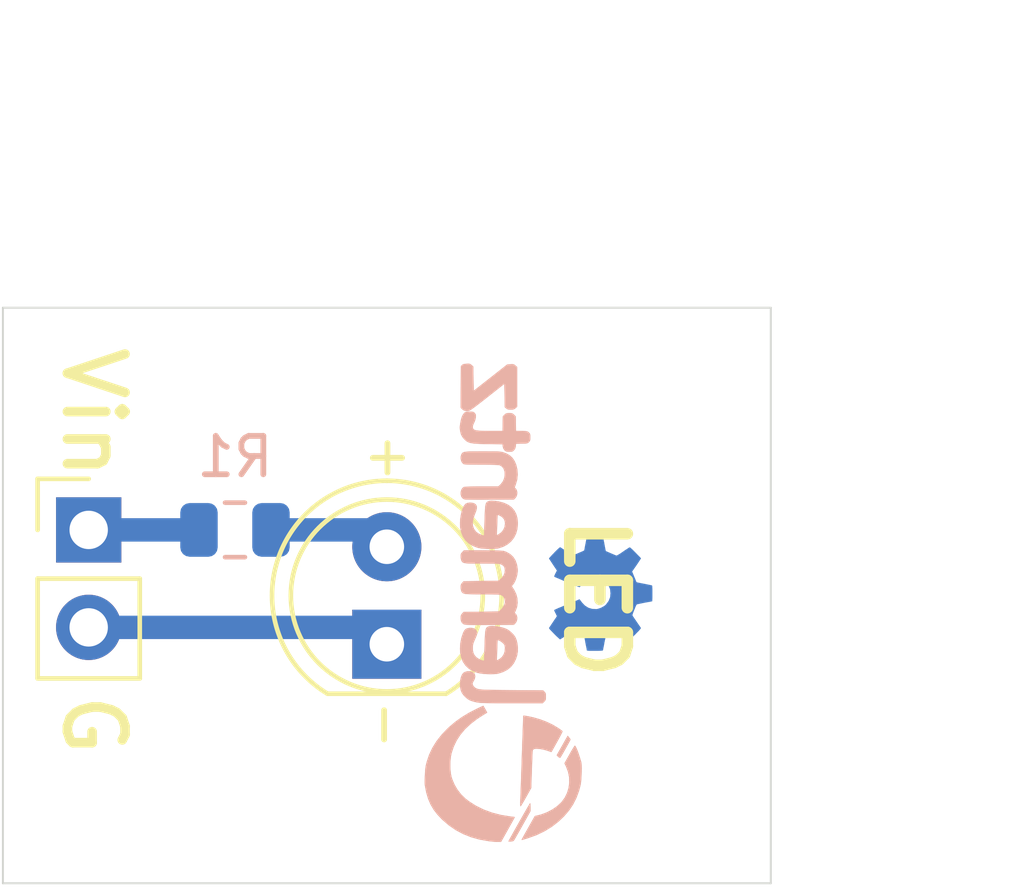
<source format=kicad_pcb>
(kicad_pcb (version 20171130) (host pcbnew 5.1.5-52549c5~86~ubuntu16.04.1)

  (general
    (thickness 1.6)
    (drawings 11)
    (tracks 5)
    (zones 0)
    (modules 7)
    (nets 4)
  )

  (page A4)
  (title_block
    (title "DIP LED Module ")
    (date 2020-11-09)
    (rev V1.0)
    (company "Elementz Engineers Guild Pvt Ltd")
    (comment 1 "Verified by : Jerryl")
    (comment 2 "Drawn by : Anandu")
  )

  (layers
    (0 F.Cu signal)
    (31 B.Cu signal)
    (32 B.Adhes user hide)
    (33 F.Adhes user hide)
    (34 B.Paste user)
    (35 F.Paste user)
    (36 B.SilkS user)
    (37 F.SilkS user)
    (38 B.Mask user)
    (39 F.Mask user)
    (40 Dwgs.User user)
    (41 Cmts.User user)
    (42 Eco1.User user hide)
    (43 Eco2.User user hide)
    (44 Edge.Cuts user)
    (45 Margin user hide)
    (46 B.CrtYd user hide)
    (47 F.CrtYd user hide)
    (48 B.Fab user hide)
    (49 F.Fab user hide)
  )

  (setup
    (last_trace_width 0.6096)
    (trace_clearance 0.2)
    (zone_clearance 0.508)
    (zone_45_only no)
    (trace_min 0.2)
    (via_size 0.8)
    (via_drill 0.4)
    (via_min_size 0.4)
    (via_min_drill 0.3)
    (uvia_size 0.3)
    (uvia_drill 0.1)
    (uvias_allowed no)
    (uvia_min_size 0.2)
    (uvia_min_drill 0.1)
    (edge_width 0.05)
    (segment_width 0.2)
    (pcb_text_width 0.3)
    (pcb_text_size 1.5 1.5)
    (mod_edge_width 0.12)
    (mod_text_size 1 1)
    (mod_text_width 0.15)
    (pad_size 1.524 1.524)
    (pad_drill 0.762)
    (pad_to_mask_clearance 0)
    (aux_axis_origin 0 0)
    (visible_elements FFFFFF7F)
    (pcbplotparams
      (layerselection 0x010f4_fffffffe)
      (usegerberextensions false)
      (usegerberattributes true)
      (usegerberadvancedattributes true)
      (creategerberjobfile true)
      (excludeedgelayer true)
      (linewidth 0.100000)
      (plotframeref false)
      (viasonmask false)
      (mode 1)
      (useauxorigin false)
      (hpglpennumber 1)
      (hpglpenspeed 20)
      (hpglpendiameter 15.000000)
      (psnegative false)
      (psa4output false)
      (plotreference true)
      (plotvalue false)
      (plotinvisibletext false)
      (padsonsilk false)
      (subtractmaskfromsilk false)
      (outputformat 1)
      (mirror false)
      (drillshape 0)
      (scaleselection 1)
      (outputdirectory "Gerber"))
  )

  (net 0 "")
  (net 1 GND)
  (net 2 "Net-(D1-Pad2)")
  (net 3 "Net-(J1-Pad1)")

  (net_class Default "This is the default net class."
    (clearance 0.2)
    (trace_width 0.6096)
    (via_dia 0.8)
    (via_drill 0.4)
    (uvia_dia 0.3)
    (uvia_drill 0.1)
  )

  (net_class GND ""
    (clearance 0.2)
    (trace_width 0.6096)
    (via_dia 0.8)
    (via_drill 0.4)
    (uvia_dia 0.3)
    (uvia_drill 0.1)
    (add_net GND)
  )

  (net_class VCC ""
    (clearance 0.2)
    (trace_width 0.6096)
    (via_dia 0.8)
    (via_drill 0.4)
    (uvia_dia 0.3)
    (uvia_drill 0.1)
    (add_net "Net-(D1-Pad2)")
    (add_net "Net-(J1-Pad1)")
  )

  (module OSHW-logo:OSHW-logo_copper-back_3mm (layer B.Cu) (tedit 0) (tstamp 5FA8EFE4)
    (at 144.78 98.171 90)
    (fp_text reference G*** (at 0 -1.59004 -90) (layer F.SilkS) hide
      (effects (font (size 0.13462 0.13462) (thickness 0.0254)))
    )
    (fp_text value OSHW-logo_copper-back_3mm (at 0 1.59004 -90) (layer F.SilkS) hide
      (effects (font (size 0.13462 0.13462) (thickness 0.0254)))
    )
    (fp_poly (pts (xy 0.90932 -1.3462) (xy 0.89154 -1.33858) (xy 0.85852 -1.31572) (xy 0.80772 -1.2827)
      (xy 0.7493 -1.2446) (xy 0.68834 -1.20396) (xy 0.64008 -1.17094) (xy 0.60452 -1.14808)
      (xy 0.59182 -1.14046) (xy 0.5842 -1.143) (xy 0.55626 -1.15824) (xy 0.51562 -1.17856)
      (xy 0.49022 -1.19126) (xy 0.45212 -1.2065) (xy 0.43434 -1.21158) (xy 0.4318 -1.2065)
      (xy 0.41656 -1.17602) (xy 0.39624 -1.12776) (xy 0.3683 -1.06172) (xy 0.33528 -0.98552)
      (xy 0.29972 -0.90424) (xy 0.2667 -0.82042) (xy 0.23368 -0.74168) (xy 0.2032 -0.66802)
      (xy 0.18034 -0.6096) (xy 0.1651 -0.56896) (xy 0.15748 -0.55118) (xy 0.16002 -0.54864)
      (xy 0.1778 -0.53086) (xy 0.21082 -0.50546) (xy 0.28194 -0.44704) (xy 0.35306 -0.36068)
      (xy 0.39624 -0.26162) (xy 0.40894 -0.14986) (xy 0.39878 -0.04826) (xy 0.35814 0.04826)
      (xy 0.28956 0.13716) (xy 0.20574 0.2032) (xy 0.10922 0.24384) (xy 0 0.25654)
      (xy -0.10414 0.24638) (xy -0.2032 0.20574) (xy -0.2921 0.1397) (xy -0.3302 0.09652)
      (xy -0.381 0.00508) (xy -0.41148 -0.0889) (xy -0.41402 -0.11176) (xy -0.40894 -0.21844)
      (xy -0.37846 -0.32004) (xy -0.32258 -0.40894) (xy -0.24638 -0.4826) (xy -0.23622 -0.49022)
      (xy -0.20066 -0.51816) (xy -0.17526 -0.53594) (xy -0.15748 -0.55118) (xy -0.2921 -0.87376)
      (xy -0.31242 -0.92456) (xy -0.35052 -1.01346) (xy -0.381 -1.08966) (xy -0.40894 -1.15062)
      (xy -0.42672 -1.19126) (xy -0.43434 -1.2065) (xy -0.44704 -1.20904) (xy -0.4699 -1.20142)
      (xy -0.51562 -1.17856) (xy -0.5461 -1.16332) (xy -0.57912 -1.14808) (xy -0.59436 -1.14046)
      (xy -0.6096 -1.14808) (xy -0.64262 -1.1684) (xy -0.68834 -1.20142) (xy -0.74676 -1.23952)
      (xy -0.80264 -1.27762) (xy -0.85344 -1.31064) (xy -0.889 -1.33604) (xy -0.90678 -1.34366)
      (xy -0.90932 -1.34366) (xy -0.9271 -1.33604) (xy -0.95504 -1.31064) (xy -0.99822 -1.27)
      (xy -1.06172 -1.20904) (xy -1.07188 -1.19888) (xy -1.12268 -1.14808) (xy -1.16332 -1.10236)
      (xy -1.19126 -1.07188) (xy -1.20142 -1.05918) (xy -1.19126 -1.0414) (xy -1.1684 -1.0033)
      (xy -1.13538 -0.9525) (xy -1.09474 -0.89154) (xy -0.98806 -0.7366) (xy -1.04648 -0.59182)
      (xy -1.06426 -0.5461) (xy -1.08712 -0.49022) (xy -1.1049 -0.45212) (xy -1.11252 -0.43434)
      (xy -1.1303 -0.42926) (xy -1.1684 -0.4191) (xy -1.22682 -0.40894) (xy -1.29794 -0.39624)
      (xy -1.36398 -0.38354) (xy -1.4224 -0.37084) (xy -1.46558 -0.36322) (xy -1.4859 -0.36068)
      (xy -1.49098 -0.3556) (xy -1.49352 -0.34798) (xy -1.49606 -0.32766) (xy -1.4986 -0.28956)
      (xy -1.4986 -0.23368) (xy -1.4986 -0.14986) (xy -1.4986 -0.14224) (xy -1.4986 -0.0635)
      (xy -1.49606 0) (xy -1.49352 0.0381) (xy -1.49098 0.05588) (xy -1.4732 0.06096)
      (xy -1.43002 0.06858) (xy -1.3716 0.08128) (xy -1.30048 0.09398) (xy -1.2954 0.09398)
      (xy -1.22428 0.10922) (xy -1.16586 0.12192) (xy -1.12268 0.12954) (xy -1.1049 0.13716)
      (xy -1.10236 0.14224) (xy -1.08712 0.17018) (xy -1.0668 0.21336) (xy -1.04394 0.2667)
      (xy -1.02108 0.32258) (xy -1.00076 0.37338) (xy -0.98806 0.40894) (xy -0.98298 0.42672)
      (xy -0.99314 0.4445) (xy -1.01854 0.48006) (xy -1.0541 0.53086) (xy -1.09474 0.59182)
      (xy -1.09728 0.5969) (xy -1.13792 0.65786) (xy -1.17094 0.70866) (xy -1.1938 0.74422)
      (xy -1.20142 0.75946) (xy -1.20142 0.762) (xy -1.18872 0.77978) (xy -1.15824 0.8128)
      (xy -1.11252 0.85852) (xy -1.06172 0.91186) (xy -1.04394 0.9271) (xy -0.98552 0.98552)
      (xy -0.94488 1.02108) (xy -0.91948 1.0414) (xy -0.90932 1.04648) (xy -0.90678 1.04648)
      (xy -0.889 1.03632) (xy -0.8509 1.01092) (xy -0.8001 0.97536) (xy -0.73914 0.93472)
      (xy -0.7366 0.93218) (xy -0.67564 0.89154) (xy -0.62484 0.85598) (xy -0.58928 0.83312)
      (xy -0.57404 0.8255) (xy -0.5715 0.8255) (xy -0.54864 0.83058) (xy -0.50546 0.84582)
      (xy -0.45212 0.86614) (xy -0.39624 0.889) (xy -0.34544 0.90932) (xy -0.30988 0.9271)
      (xy -0.2921 0.93726) (xy -0.28956 0.93726) (xy -0.28448 0.96012) (xy -0.27432 1.00584)
      (xy -0.26162 1.0668) (xy -0.24638 1.14046) (xy -0.24384 1.15062) (xy -0.23114 1.22428)
      (xy -0.22098 1.2827) (xy -0.21082 1.32334) (xy -0.20828 1.34112) (xy -0.19812 1.34112)
      (xy -0.16256 1.34366) (xy -0.10922 1.3462) (xy -0.04318 1.3462) (xy 0.02286 1.3462)
      (xy 0.0889 1.3462) (xy 0.14478 1.34366) (xy 0.18542 1.34112) (xy 0.2032 1.33604)
      (xy 0.20828 1.31318) (xy 0.21844 1.27) (xy 0.23114 1.2065) (xy 0.24638 1.13284)
      (xy 0.24892 1.12014) (xy 0.26162 1.04902) (xy 0.27432 0.9906) (xy 0.28194 0.94996)
      (xy 0.28702 0.93472) (xy 0.2921 0.93218) (xy 0.32258 0.91694) (xy 0.37084 0.89916)
      (xy 0.42926 0.87376) (xy 0.56642 0.81788) (xy 0.73406 0.93472) (xy 0.7493 0.94488)
      (xy 0.81026 0.98552) (xy 0.86106 1.01854) (xy 0.89662 1.0414) (xy 0.90932 1.04902)
      (xy 0.91186 1.04902) (xy 0.9271 1.03378) (xy 0.96012 1.0033) (xy 1.00584 0.95758)
      (xy 1.05918 0.90678) (xy 1.09982 0.86614) (xy 1.14554 0.82042) (xy 1.17348 0.7874)
      (xy 1.19126 0.76708) (xy 1.19634 0.75438) (xy 1.1938 0.74676) (xy 1.18364 0.72898)
      (xy 1.15824 0.69342) (xy 1.12522 0.64008) (xy 1.08458 0.58166) (xy 1.04902 0.53086)
      (xy 1.01346 0.47498) (xy 0.9906 0.43434) (xy 0.98044 0.41656) (xy 0.98298 0.4064)
      (xy 0.99568 0.37338) (xy 1.016 0.32512) (xy 1.0414 0.26416) (xy 1.09982 0.13208)
      (xy 1.18618 0.1143) (xy 1.23952 0.10414) (xy 1.31318 0.09144) (xy 1.3843 0.0762)
      (xy 1.49606 0.05588) (xy 1.4986 -0.34798) (xy 1.48082 -0.3556) (xy 1.46558 -0.36068)
      (xy 1.42494 -0.37084) (xy 1.36652 -0.381) (xy 1.29794 -0.3937) (xy 1.23698 -0.4064)
      (xy 1.17856 -0.41656) (xy 1.13538 -0.42418) (xy 1.1176 -0.42926) (xy 1.11252 -0.43434)
      (xy 1.09728 -0.46482) (xy 1.07696 -0.51054) (xy 1.0541 -0.56388) (xy 1.0287 -0.6223)
      (xy 1.00838 -0.6731) (xy 0.99314 -0.71374) (xy 0.98806 -0.73406) (xy 0.99568 -0.7493)
      (xy 1.01854 -0.78486) (xy 1.05156 -0.83566) (xy 1.0922 -0.89408) (xy 1.13284 -0.9525)
      (xy 1.16586 -1.0033) (xy 1.19126 -1.03886) (xy 1.19888 -1.05664) (xy 1.1938 -1.0668)
      (xy 1.17094 -1.09474) (xy 1.12776 -1.14046) (xy 1.06172 -1.2065) (xy 1.04902 -1.21666)
      (xy 0.99822 -1.26746) (xy 0.9525 -1.3081) (xy 0.92202 -1.33604) (xy 0.90932 -1.3462)) (layer B.Cu) (width 0.00254))
  )

  (module Logo:logo1 (layer B.Cu) (tedit 0) (tstamp 5FA949FD)
    (at 142.24 98.425 90)
    (fp_text reference G*** (at 0 0 90) (layer B.SilkS) hide
      (effects (font (size 1.524 1.524) (thickness 0.3)) (justify mirror))
    )
    (fp_text value LOGO (at 0.75 0 90) (layer B.SilkS) hide
      (effects (font (size 1.524 1.524) (thickness 0.3)) (justify mirror))
    )
    (fp_poly (pts (xy -5.577609 0.288045) (xy -5.573084 0.255652) (xy -5.567141 0.209238) (xy -5.563307 0.1778)
      (xy -5.523404 -0.065291) (xy -5.463799 -0.294458) (xy -5.38483 -0.508863) (xy -5.286833 -0.707668)
      (xy -5.170148 -0.890035) (xy -5.093944 -0.98806) (xy -4.989551 -1.095173) (xy -4.866913 -1.190178)
      (xy -4.731724 -1.269451) (xy -4.58968 -1.329371) (xy -4.52755 -1.348381) (xy -4.440989 -1.365376)
      (xy -4.337916 -1.375513) (xy -4.226276 -1.378802) (xy -4.11401 -1.375253) (xy -4.009061 -1.36488)
      (xy -3.919372 -1.347691) (xy -3.918802 -1.347542) (xy -3.745271 -1.290696) (xy -3.582443 -1.213037)
      (xy -3.429461 -1.113872) (xy -3.285468 -0.992513) (xy -3.149607 -0.848268) (xy -3.021024 -0.680445)
      (xy -2.941568 -0.559403) (xy -2.854337 -0.418682) (xy -2.770194 -0.465208) (xy -2.729353 -0.487935)
      (xy -2.698133 -0.505582) (xy -2.682341 -0.514861) (xy -2.681594 -0.515381) (xy -2.685309 -0.527428)
      (xy -2.698449 -0.558359) (xy -2.719253 -0.604257) (xy -2.74596 -0.661202) (xy -2.765247 -0.701452)
      (xy -2.869663 -0.902353) (xy -2.979661 -1.082913) (xy -3.098606 -1.24809) (xy -3.229862 -1.402848)
      (xy -3.27025 -1.446006) (xy -3.432617 -1.601618) (xy -3.599558 -1.732909) (xy -3.772609 -1.840774)
      (xy -3.9533 -1.926109) (xy -4.143165 -1.989809) (xy -4.2418 -2.013779) (xy -4.287953 -2.021052)
      (xy -4.351878 -2.027611) (xy -4.427335 -2.033177) (xy -4.508084 -2.03747) (xy -4.587883 -2.04021)
      (xy -4.660491 -2.041118) (xy -4.719668 -2.039915) (xy -4.75615 -2.036816) (xy -4.93853 -2.001392)
      (xy -5.102125 -1.952567) (xy -5.250844 -1.888351) (xy -5.388595 -1.806755) (xy -5.519287 -1.705787)
      (xy -5.646828 -1.583459) (xy -5.647116 -1.583157) (xy -5.79331 -1.412708) (xy -5.917499 -1.231337)
      (xy -6.02017 -1.037989) (xy -6.101809 -0.831612) (xy -6.162903 -0.61115) (xy -6.203729 -0.377174)
      (xy -6.211671 -0.307751) (xy -6.218022 -0.237654) (xy -6.222015 -0.176267) (xy -6.223 -0.141613)
      (xy -6.223 -0.055927) (xy -5.902572 0.123625) (xy -5.820791 0.169332) (xy -5.746563 0.210589)
      (xy -5.682668 0.24587) (xy -5.631885 0.273648) (xy -5.596992 0.292397) (xy -5.580768 0.300591)
      (xy -5.579957 0.300814) (xy -5.577609 0.288045)) (layer B.SilkS) (width 0.01))
    (fp_poly (pts (xy -2.389938 1.110207) (xy -2.358606 1.105521) (xy -2.336258 1.094859) (xy -2.314864 1.076051)
      (xy -2.27965 1.040851) (xy -2.27247 0.225151) (xy -2.270946 0.055821) (xy -2.269485 -0.090079)
      (xy -2.267957 -0.214522) (xy -2.26623 -0.319476) (xy -2.264174 -0.406913) (xy -2.261657 -0.478803)
      (xy -2.258548 -0.537117) (xy -2.254717 -0.583824) (xy -2.250033 -0.620896) (xy -2.244363 -0.650302)
      (xy -2.237578 -0.674014) (xy -2.229547 -0.694001) (xy -2.220137 -0.712235) (xy -2.209219 -0.730685)
      (xy -2.208878 -0.731244) (xy -2.173598 -0.770455) (xy -2.128571 -0.794915) (xy -2.097851 -0.8001)
      (xy -2.074736 -0.793271) (xy -2.041514 -0.776003) (xy -2.025678 -0.765907) (xy -1.970738 -0.739125)
      (xy -1.914521 -0.72967) (xy -1.863476 -0.737565) (xy -1.82405 -0.762833) (xy -1.821961 -0.765174)
      (xy -1.794181 -0.814591) (xy -1.781245 -0.875385) (xy -1.782962 -0.939365) (xy -1.79914 -0.998342)
      (xy -1.828465 -1.043018) (xy -1.873112 -1.0736) (xy -1.936237 -1.097948) (xy -2.011397 -1.114754)
      (xy -2.092152 -1.122706) (xy -2.172061 -1.120495) (xy -2.195226 -1.117606) (xy -2.274871 -1.101026)
      (xy -2.33866 -1.07541) (xy -2.395708 -1.03596) (xy -2.449816 -0.983601) (xy -2.493641 -0.933369)
      (xy -2.523 -0.88987) (xy -2.543455 -0.844219) (xy -2.550674 -0.822445) (xy -2.562208 -0.784641)
      (xy -2.572118 -0.750255) (xy -2.580529 -0.717093) (xy -2.587564 -0.682961) (xy -2.593347 -0.645667)
      (xy -2.598002 -0.603017) (xy -2.601654 -0.552816) (xy -2.604425 -0.492873) (xy -2.606442 -0.420992)
      (xy -2.607826 -0.334982) (xy -2.608702 -0.232647) (xy -2.609195 -0.111795) (xy -2.609428 0.029767)
      (xy -2.609525 0.194234) (xy -2.609535 0.218808) (xy -2.60985 1.028165) (xy -2.568331 1.069708)
      (xy -2.544368 1.091786) (xy -2.522356 1.104247) (xy -2.493765 1.109819) (xy -2.45007 1.111228)
      (xy -2.438445 1.11125) (xy -2.389938 1.110207)) (layer B.SilkS) (width 0.01))
    (fp_poly (pts (xy -1.064438 0.37023) (xy -0.969219 0.348238) (xy -0.888984 0.315094) (xy -0.882214 0.311278)
      (xy -0.830247 0.273437) (xy -0.775349 0.221106) (xy -0.725463 0.162751) (xy -0.68853 0.106836)
      (xy -0.686196 0.102377) (xy -0.658624 0.036889) (xy -0.635422 -0.040096) (xy -0.617475 -0.122621)
      (xy -0.605666 -0.204725) (xy -0.60088 -0.280452) (xy -0.603999 -0.343842) (xy -0.613962 -0.384632)
      (xy -0.624249 -0.406509) (xy -0.636706 -0.424303) (xy -0.65398 -0.438546) (xy -0.67872 -0.449769)
      (xy -0.713574 -0.458503) (xy -0.761189 -0.46528) (xy -0.824214 -0.470632) (xy -0.905296 -0.475089)
      (xy -1.007085 -0.479183) (xy -1.101271 -0.482423) (xy -1.197216 -0.485598) (xy -1.285198 -0.488489)
      (xy -1.361938 -0.49099) (xy -1.42416 -0.492994) (xy -1.468584 -0.494395) (xy -1.491934 -0.495088)
      (xy -1.494402 -0.495142) (xy -1.503647 -0.505095) (xy -1.501335 -0.531118) (xy -1.48971 -0.567958)
      (xy -1.471018 -0.610363) (xy -1.447501 -0.653079) (xy -1.421406 -0.690853) (xy -1.401339 -0.712925)
      (xy -1.351115 -0.752961) (xy -1.299942 -0.777619) (xy -1.23961 -0.789782) (xy -1.17475 -0.792447)
      (xy -1.121292 -0.790985) (xy -1.078556 -0.785468) (xy -1.036518 -0.773594) (xy -0.985151 -0.753059)
      (xy -0.9652 -0.744324) (xy -0.896125 -0.714323) (xy -0.845256 -0.694221) (xy -0.807886 -0.682958)
      (xy -0.77931 -0.679468) (xy -0.754822 -0.682688) (xy -0.730408 -0.691265) (xy -0.686041 -0.72267)
      (xy -0.659147 -0.772503) (xy -0.649732 -0.84075) (xy -0.651474 -0.880622) (xy -0.661627 -0.937747)
      (xy -0.68311 -0.979679) (xy -0.72061 -1.012416) (xy -0.776905 -1.041137) (xy -0.905304 -1.084918)
      (xy -1.044883 -1.112358) (xy -1.186298 -1.122078) (xy -1.28905 -1.116786) (xy -1.417439 -1.091704)
      (xy -1.530007 -1.046768) (xy -1.626485 -0.982205) (xy -1.706607 -0.89824) (xy -1.770102 -0.795099)
      (xy -1.816678 -0.6731) (xy -1.832284 -0.602307) (xy -1.843776 -0.5161) (xy -1.850893 -0.421691)
      (xy -1.853372 -0.326291) (xy -1.85095 -0.237111) (xy -1.84395 -0.167209) (xy -1.500193 -0.167209)
      (xy -1.235872 -0.158183) (xy -1.156762 -0.15534) (xy -1.086743 -0.152552) (xy -1.029609 -0.149993)
      (xy -0.989157 -0.147837) (xy -0.969182 -0.146256) (xy -0.967757 -0.145927) (xy -0.965789 -0.129025)
      (xy -0.977257 -0.098932) (xy -0.999042 -0.061725) (xy -1.028027 -0.023476) (xy -1.034222 -0.016448)
      (xy -1.065542 0.016332) (xy -1.09089 0.034656) (xy -1.120579 0.043562) (xy -1.16492 0.048089)
      (xy -1.166532 0.048206) (xy -1.256178 0.043285) (xy -1.337779 0.016473) (xy -1.407638 -0.030241)
      (xy -1.462052 -0.094871) (xy -1.474745 -0.117327) (xy -1.500193 -0.167209) (xy -1.84395 -0.167209)
      (xy -1.843364 -0.161363) (xy -1.83658 -0.126767) (xy -1.79434 0.002536) (xy -1.736859 0.111828)
      (xy -1.663179 0.202099) (xy -1.572341 0.274343) (xy -1.463387 0.329552) (xy -1.364962 0.361492)
      (xy -1.269812 0.377638) (xy -1.167136 0.38029) (xy -1.064438 0.37023)) (layer B.SilkS) (width 0.01))
    (fp_poly (pts (xy 2.201658 0.370843) (xy 2.31393 0.340411) (xy 2.410865 0.289768) (xy 2.492406 0.218975)
      (xy 2.558492 0.128097) (xy 2.609065 0.017195) (xy 2.644066 -0.113668) (xy 2.661601 -0.241364)
      (xy 2.664812 -0.301273) (xy 2.66158 -0.34509) (xy 2.651196 -0.381467) (xy 2.649876 -0.384696)
      (xy 2.63961 -0.406556) (xy 2.627164 -0.424337) (xy 2.609891 -0.438569) (xy 2.585145 -0.449784)
      (xy 2.550277 -0.458513) (xy 2.502641 -0.465288) (xy 2.439588 -0.470637) (xy 2.358472 -0.475094)
      (xy 2.256645 -0.479189) (xy 2.162629 -0.482423) (xy 2.066684 -0.485598) (xy 1.978702 -0.488489)
      (xy 1.901962 -0.49099) (xy 1.83974 -0.492994) (xy 1.795316 -0.494395) (xy 1.771966 -0.495088)
      (xy 1.769498 -0.495142) (xy 1.760253 -0.505095) (xy 1.762565 -0.531118) (xy 1.77419 -0.567958)
      (xy 1.792882 -0.610363) (xy 1.816399 -0.653079) (xy 1.842494 -0.690853) (xy 1.862561 -0.712925)
      (xy 1.930298 -0.761665) (xy 2.006457 -0.789224) (xy 2.092398 -0.795648) (xy 2.18948 -0.78098)
      (xy 2.299063 -0.745268) (xy 2.338396 -0.728786) (xy 2.415678 -0.699399) (xy 2.477123 -0.686922)
      (xy 2.525702 -0.691192) (xy 2.564385 -0.712047) (xy 2.569061 -0.71617) (xy 2.596211 -0.756633)
      (xy 2.61156 -0.811299) (xy 2.614867 -0.871756) (xy 2.605892 -0.929591) (xy 2.584394 -0.976391)
      (xy 2.576756 -0.985679) (xy 2.531183 -1.020292) (xy 2.465247 -1.051567) (xy 2.383885 -1.078423)
      (xy 2.292034 -1.099778) (xy 2.194632 -1.114552) (xy 2.096614 -1.121663) (xy 2.002917 -1.120029)
      (xy 1.97485 -1.117505) (xy 1.846539 -1.092571) (xy 1.734102 -1.047815) (xy 1.63765 -0.983336)
      (xy 1.557297 -0.89923) (xy 1.493152 -0.795593) (xy 1.44533 -0.672524) (xy 1.440026 -0.65405)
      (xy 1.42773 -0.592383) (xy 1.4188 -0.51321) (xy 1.413401 -0.423872) (xy 1.411699 -0.331711)
      (xy 1.413863 -0.24407) (xy 1.420057 -0.168289) (xy 1.420239 -0.167209) (xy 1.763707 -0.167209)
      (xy 2.028028 -0.158183) (xy 2.107224 -0.155288) (xy 2.177408 -0.152359) (xy 2.234765 -0.149585)
      (xy 2.275479 -0.147156) (xy 2.295731 -0.14526) (xy 2.297234 -0.144836) (xy 2.296892 -0.130107)
      (xy 2.285932 -0.101863) (xy 2.268018 -0.067596) (xy 2.24681 -0.034798) (xy 2.237797 -0.023256)
      (xy 2.188993 0.02073) (xy 2.13118 0.044426) (xy 2.067555 0.050522) (xy 1.981885 0.038189)
      (xy 1.903623 0.003832) (xy 1.837502 -0.049682) (xy 1.78874 -0.118529) (xy 1.763707 -0.167209)
      (xy 1.420239 -0.167209) (xy 1.427949 -0.12147) (xy 1.469124 0.004408) (xy 1.529287 0.114034)
      (xy 1.607063 0.206338) (xy 1.701078 0.280252) (xy 1.809958 0.334708) (xy 1.93233 0.368637)
      (xy 2.066817 0.38097) (xy 2.07411 0.381) (xy 2.201658 0.370843)) (layer B.SilkS) (width 0.01))
    (fp_poly (pts (xy 4.366501 0.703804) (xy 4.397832 0.69911) (xy 4.420189 0.688433) (xy 4.441536 0.669672)
      (xy 4.456529 0.653511) (xy 4.466696 0.637018) (xy 4.47316 0.61489) (xy 4.477045 0.581825)
      (xy 4.479472 0.532519) (xy 4.480962 0.483491) (xy 4.485174 0.332488) (xy 4.674414 0.328169)
      (xy 4.863653 0.32385) (xy 4.905151 0.282331) (xy 4.927977 0.257263) (xy 4.940443 0.234028)
      (xy 4.945637 0.203427) (xy 4.94665 0.15875) (xy 4.945522 0.112484) (xy 4.940079 0.082388)
      (xy 4.927231 0.059264) (xy 4.905151 0.03517) (xy 4.863653 -0.00635) (xy 4.673376 -0.010689)
      (xy 4.4831 -0.015029) (xy 4.48317 -0.340889) (xy 4.483596 -0.455304) (xy 4.485064 -0.547115)
      (xy 4.487941 -0.619111) (xy 4.492595 -0.674079) (xy 4.499393 -0.714809) (xy 4.508703 -0.744087)
      (xy 4.520893 -0.764702) (xy 4.536329 -0.779441) (xy 4.541455 -0.783007) (xy 4.573855 -0.794722)
      (xy 4.615414 -0.791372) (xy 4.669729 -0.772258) (xy 4.71805 -0.748712) (xy 4.761461 -0.73169)
      (xy 4.814148 -0.718701) (xy 4.839379 -0.715072) (xy 4.882541 -0.712383) (xy 4.910884 -0.716535)
      (xy 4.934596 -0.729912) (xy 4.947329 -0.740312) (xy 4.966029 -0.757962) (xy 4.977171 -0.77577)
      (xy 4.982703 -0.800703) (xy 4.984574 -0.839729) (xy 4.98475 -0.874177) (xy 4.983902 -0.92686)
      (xy 4.980231 -0.961419) (xy 4.972048 -0.985103) (xy 4.957662 -1.005163) (xy 4.953 -1.010351)
      (xy 4.910477 -1.045499) (xy 4.852392 -1.073832) (xy 4.775183 -1.096798) (xy 4.706146 -1.110755)
      (xy 4.64578 -1.120862) (xy 4.601784 -1.126408) (xy 4.565577 -1.127592) (xy 4.52858 -1.12461)
      (xy 4.482213 -1.117662) (xy 4.472981 -1.116134) (xy 4.395518 -1.09653) (xy 4.330974 -1.063206)
      (xy 4.275678 -1.017775) (xy 4.244196 -0.985933) (xy 4.218402 -0.95405) (xy 4.19768 -0.919211)
      (xy 4.181416 -0.878501) (xy 4.168993 -0.829002) (xy 4.159797 -0.767799) (xy 4.153213 -0.691976)
      (xy 4.148625 -0.598617) (xy 4.14542 -0.484806) (xy 4.143678 -0.391981) (xy 4.137487 -0.015612)
      (xy 4.077585 -0.007666) (xy 4.025625 0.005907) (xy 3.98547 0.034068) (xy 3.980516 0.039074)
      (xy 3.959782 0.063594) (xy 3.948574 0.08807) (xy 3.944055 0.121682) (xy 3.94335 0.15934)
      (xy 3.94457 0.20574) (xy 3.950181 0.235872) (xy 3.963106 0.258828) (xy 3.981979 0.279441)
      (xy 4.017835 0.30725) (xy 4.061198 0.322027) (xy 4.085728 0.325783) (xy 4.150848 0.333495)
      (xy 4.155049 0.483994) (xy 4.157122 0.548306) (xy 4.159845 0.592537) (xy 4.164347 0.622005)
      (xy 4.171755 0.642025) (xy 4.183197 0.657912) (xy 4.194463 0.669672) (xy 4.21601 0.688573)
      (xy 4.238414 0.69918) (xy 4.269872 0.703828) (xy 4.318 0.70485) (xy 4.366501 0.703804)) (layer B.SilkS) (width 0.01))
    (fp_poly (pts (xy 1.00757 0.355986) (xy 1.11191 0.3179) (xy 1.199011 0.261669) (xy 1.269662 0.186752)
      (xy 1.324652 0.092606) (xy 1.335608 0.067086) (xy 1.34304 0.048045) (xy 1.349135 0.029528)
      (xy 1.354049 0.008861) (xy 1.357934 -0.016626) (xy 1.360946 -0.049606) (xy 1.363238 -0.09275)
      (xy 1.364964 -0.148731) (xy 1.366277 -0.22022) (xy 1.367333 -0.309889) (xy 1.368285 -0.42041)
      (xy 1.368974 -0.511895) (xy 1.372698 -1.017441) (xy 1.328969 -1.06117) (xy 1.300625 -1.086763)
      (xy 1.274817 -1.099821) (xy 1.240697 -1.104454) (xy 1.213489 -1.1049) (xy 1.163856 -1.101165)
      (xy 1.119685 -1.091533) (xy 1.103268 -1.085006) (xy 1.084632 -1.07435) (xy 1.069386 -1.061864)
      (xy 1.057189 -1.045052) (xy 1.047702 -1.021421) (xy 1.040588 -0.988476) (xy 1.035506 -0.943724)
      (xy 1.032118 -0.884669) (xy 1.030084 -0.808817) (xy 1.029066 -0.713675) (xy 1.028723 -0.596748)
      (xy 1.0287 -0.536498) (xy 1.028655 -0.418726) (xy 1.028416 -0.323541) (xy 1.02782 -0.24813)
      (xy 1.026705 -0.189679) (xy 1.024912 -0.145376) (xy 1.022279 -0.112407) (xy 1.018645 -0.087959)
      (xy 1.013848 -0.06922) (xy 1.007728 -0.053376) (xy 1.000125 -0.037615) (xy 0.975385 0.00216)
      (xy 0.946011 0.025884) (xy 0.920287 0.036774) (xy 0.851433 0.047851) (xy 0.779207 0.037441)
      (xy 0.709331 0.007771) (xy 0.647526 -0.03893) (xy 0.6096 -0.084252) (xy 0.57785 -0.13142)
      (xy 0.5715 -0.581119) (xy 0.56515 -1.030819) (xy 0.523674 -1.067859) (xy 0.494128 -1.090414)
      (xy 0.464126 -1.101494) (xy 0.422404 -1.104832) (xy 0.411918 -1.1049) (xy 0.36365 -1.101175)
      (xy 0.319989 -1.091648) (xy 0.303168 -1.085006) (xy 0.284477 -1.074307) (xy 0.269195 -1.061755)
      (xy 0.256981 -1.044845) (xy 0.247492 -1.021075) (xy 0.240387 -0.987941) (xy 0.235321 -0.94294)
      (xy 0.231954 -0.883568) (xy 0.229943 -0.807322) (xy 0.228945 -0.711698) (xy 0.228619 -0.594194)
      (xy 0.2286 -0.53975) (xy 0.228481 -0.41516) (xy 0.227911 -0.313295) (xy 0.226563 -0.231481)
      (xy 0.224115 -0.167042) (xy 0.220242 -0.117305) (xy 0.21462 -0.079594) (xy 0.206925 -0.051235)
      (xy 0.196832 -0.029552) (xy 0.184018 -0.011873) (xy 0.168157 0.004479) (xy 0.161936 0.010283)
      (xy 0.121298 0.034151) (xy 0.061917 0.04641) (xy 0.061875 0.046415) (xy 0.017586 0.048463)
      (xy -0.018468 0.04233) (xy -0.058832 0.025326) (xy -0.074834 0.017082) (xy -0.120533 -0.011963)
      (xy -0.163205 -0.047115) (xy -0.182784 -0.067826) (xy -0.22225 -0.116602) (xy -0.23495 -1.030822)
      (xy -0.276426 -1.067861) (xy -0.305099 -1.089944) (xy -0.333967 -1.101059) (xy -0.373817 -1.104697)
      (xy -0.390726 -1.104852) (xy -0.457466 -1.098388) (xy -0.504134 -1.080059) (xy -0.543226 -1.041902)
      (xy -0.558802 -1.007082) (xy -0.562474 -0.983014) (xy -0.565399 -0.938054) (xy -0.567589 -0.871474)
      (xy -0.569055 -0.782549) (xy -0.569809 -0.670553) (xy -0.56986 -0.534759) (xy -0.569221 -0.37444)
      (xy -0.569019 -0.340549) (xy -0.56515 0.277751) (xy -0.528321 0.316183) (xy -0.486971 0.345066)
      (xy -0.435244 0.36122) (xy -0.380322 0.364613) (xy -0.329388 0.355214) (xy -0.289626 0.33299)
      (xy -0.276322 0.317291) (xy -0.265751 0.30347) (xy -0.252932 0.301187) (xy -0.229619 0.310613)
      (xy -0.213732 0.318607) (xy -0.108056 0.358681) (xy 0.003281 0.375316) (xy 0.116894 0.368809)
      (xy 0.2294 0.339455) (xy 0.337413 0.28755) (xy 0.368303 0.267716) (xy 0.407128 0.241829)
      (xy 0.431064 0.228891) (xy 0.44599 0.227223) (xy 0.457782 0.235146) (xy 0.462987 0.240679)
      (xy 0.50972 0.27863) (xy 0.575095 0.313321) (xy 0.652378 0.342586) (xy 0.734835 0.36426)
      (xy 0.815732 0.376177) (xy 0.885201 0.376469) (xy 1.00757 0.355986)) (layer B.SilkS) (width 0.01))
    (fp_poly (pts (xy 3.473137 0.368897) (xy 3.601163 0.338007) (xy 3.6957 0.29799) (xy 3.777034 0.244742)
      (xy 3.841893 0.175992) (xy 3.892421 0.088997) (xy 3.923148 0.00709) (xy 3.930214 -0.017171)
      (xy 3.935906 -0.041417) (xy 3.940372 -0.068623) (xy 3.94376 -0.101765) (xy 3.946217 -0.143817)
      (xy 3.94789 -0.197754) (xy 3.948926 -0.266549) (xy 3.949473 -0.353178) (xy 3.949679 -0.460616)
      (xy 3.9497 -0.528795) (xy 3.949558 -0.657334) (xy 3.948911 -0.762946) (xy 3.947427 -0.848105)
      (xy 3.944776 -0.915283) (xy 3.940624 -0.966954) (xy 3.934642 -1.005591) (xy 3.926497 -1.033667)
      (xy 3.915858 -1.053654) (xy 3.902393 -1.068026) (xy 3.88577 -1.079257) (xy 3.875131 -1.085006)
      (xy 3.821093 -1.102325) (xy 3.7624 -1.104201) (xy 3.705714 -1.092285) (xy 3.657696 -1.068231)
      (xy 3.625009 -1.03369) (xy 3.619183 -1.021517) (xy 3.616007 -1.000522) (xy 3.613183 -0.956869)
      (xy 3.610784 -0.8933) (xy 3.608885 -0.812556) (xy 3.607558 -0.717377) (xy 3.606876 -0.610505)
      (xy 3.6068 -0.558799) (xy 3.606379 -0.428436) (xy 3.605141 -0.317433) (xy 3.603123 -0.227026)
      (xy 3.600359 -0.158449) (xy 3.596886 -0.112937) (xy 3.593254 -0.092901) (xy 3.557904 -0.031772)
      (xy 3.50493 0.011281) (xy 3.434148 0.036366) (xy 3.35915 0.043646) (xy 3.263167 0.032524)
      (xy 3.17549 -0.001665) (xy 3.09948 -0.057469) (xy 3.080886 -0.076614) (xy 3.0353 -0.127073)
      (xy 3.0353 -0.558009) (xy 3.034936 -0.669431) (xy 3.033895 -0.770388) (xy 3.032249 -0.858145)
      (xy 3.030072 -0.929966) (xy 3.027435 -0.983116) (xy 3.024414 -1.014861) (xy 3.022916 -1.021517)
      (xy 2.996088 -1.059045) (xy 2.952096 -1.086424) (xy 2.89767 -1.102127) (xy 2.83954 -1.104623)
      (xy 2.784435 -1.092386) (xy 2.761237 -1.080954) (xy 2.72968 -1.053913) (xy 2.70738 -1.021474)
      (xy 2.706912 -1.020375) (xy 2.703212 -1.004118) (xy 2.700194 -0.973876) (xy 2.697833 -0.928096)
      (xy 2.696101 -0.86523) (xy 2.69497 -0.783728) (xy 2.694414 -0.682039) (xy 2.694405 -0.558614)
      (xy 2.694917 -0.411903) (xy 2.695224 -0.352948) (xy 2.69875 0.27775) (xy 2.735579 0.316183)
      (xy 2.778274 0.345933) (xy 2.831349 0.362003) (xy 2.887456 0.364364) (xy 2.939249 0.352994)
      (xy 2.979381 0.327865) (xy 2.988461 0.317056) (xy 2.998769 0.304622) (xy 3.011119 0.300416)
      (xy 3.032102 0.304891) (xy 3.068311 0.318503) (xy 3.080576 0.323411) (xy 3.208691 0.36177)
      (xy 3.340929 0.376875) (xy 3.473137 0.368897)) (layer B.SilkS) (width 0.01))
    (fp_poly (pts (xy 6.187279 0.318978) (xy 6.20796 0.293786) (xy 6.218913 0.27117) (xy 6.222506 0.242148)
      (xy 6.22111 0.197738) (xy 6.22078 0.191978) (xy 6.215886 0.10795) (xy 5.526698 -0.76835)
      (xy 5.844162 -0.7747) (xy 6.161627 -0.78105) (xy 6.2 -0.824022) (xy 6.220337 -0.848696)
      (xy 6.23132 -0.870808) (xy 6.235172 -0.899011) (xy 6.234115 -0.941959) (xy 6.233443 -0.954263)
      (xy 6.228687 -1.006168) (xy 6.220127 -1.040256) (xy 6.205589 -1.064057) (xy 6.200013 -1.070041)
      (xy 6.171515 -1.09855) (xy 5.632749 -1.102119) (xy 5.093983 -1.105689) (xy 5.0548 -1.070369)
      (xy 5.019659 -1.022115) (xy 5.004791 -0.960324) (xy 5.009086 -0.896552) (xy 5.016182 -0.878623)
      (xy 5.0333 -0.849513) (xy 5.06136 -0.807965) (xy 5.101284 -0.752723) (xy 5.153993 -0.682534)
      (xy 5.220408 -0.596141) (xy 5.301452 -0.49229) (xy 5.366169 -0.410067) (xy 5.714872 0.03175)
      (xy 5.103152 0.04445) (xy 5.072526 0.080084) (xy 5.054881 0.105231) (xy 5.045531 0.13414)
      (xy 5.042124 0.175812) (xy 5.0419 0.197358) (xy 5.043303 0.244703) (xy 5.049416 0.276195)
      (xy 5.063092 0.301312) (xy 5.078958 0.320475) (xy 5.116016 0.36195) (xy 6.148883 0.36195)
      (xy 6.187279 0.318978)) (layer B.SilkS) (width 0.01))
    (fp_poly (pts (xy -5.27366 0.710098) (xy -5.238394 0.707168) (xy -5.220849 0.70298) (xy -5.219929 0.701675)
      (xy -5.230612 0.694137) (xy -5.260776 0.675772) (xy -5.307713 0.648113) (xy -5.368713 0.612692)
      (xy -5.441069 0.571042) (xy -5.522071 0.524697) (xy -5.609011 0.475187) (xy -5.69918 0.424046)
      (xy -5.78987 0.372807) (xy -5.87837 0.323002) (xy -5.961974 0.276164) (xy -6.037971 0.233825)
      (xy -6.103654 0.197518) (xy -6.156313 0.168775) (xy -6.193239 0.14913) (xy -6.211725 0.140114)
      (xy -6.213171 0.1397) (xy -6.215894 0.151012) (xy -6.215317 0.17981) (xy -6.213604 0.200025)
      (xy -6.207011 0.238727) (xy -6.197545 0.267278) (xy -6.192939 0.274231) (xy -6.178768 0.283532)
      (xy -6.14507 0.303631) (xy -6.094519 0.332993) (xy -6.029793 0.370082) (xy -5.953567 0.413361)
      (xy -5.868519 0.461297) (xy -5.800059 0.499656) (xy -5.421568 0.7112) (xy -5.320634 0.7112)
      (xy -5.27366 0.710098)) (layer B.SilkS) (width 0.01))
    (fp_poly (pts (xy -3.330428 1.531409) (xy -3.308342 1.502624) (xy -3.279907 1.463223) (xy -3.266822 1.444481)
      (xy -3.179803 1.301902) (xy -3.101908 1.140786) (xy -3.035522 0.967086) (xy -2.98303 0.786754)
      (xy -2.958708 0.675291) (xy -2.948309 0.61825) (xy -2.940509 0.571159) (xy -2.936099 0.539117)
      (xy -2.935743 0.527284) (xy -2.948806 0.526225) (xy -2.985327 0.524426) (xy -3.043378 0.521958)
      (xy -3.121029 0.518892) (xy -3.216354 0.515298) (xy -3.327422 0.511249) (xy -3.452305 0.506815)
      (xy -3.589075 0.502067) (xy -3.735802 0.497076) (xy -3.890559 0.491913) (xy -3.937 0.490383)
      (xy -4.099134 0.485029) (xy -4.257781 0.479736) (xy -4.410532 0.474589) (xy -4.554976 0.469671)
      (xy -4.688703 0.465065) (xy -4.809305 0.460855) (xy -4.914369 0.457125) (xy -5.001488 0.453958)
      (xy -5.06825 0.451438) (xy -5.112245 0.449649) (xy -5.114925 0.44953) (xy -5.18014 0.447341)
      (xy -5.234642 0.446913) (xy -5.274077 0.448175) (xy -5.294094 0.451056) (xy -5.295708 0.45249)
      (xy -5.285047 0.461663) (xy -5.255338 0.481084) (xy -5.209811 0.508803) (xy -5.151696 0.542869)
      (xy -5.084223 0.581331) (xy -5.057583 0.596259) (xy -4.81965 0.728967) (xy -4.3434 0.745041)
      (xy -4.234893 0.748854) (xy -4.133616 0.752702) (xy -4.04256 0.756448) (xy -3.964717 0.759958)
      (xy -3.903076 0.763097) (xy -3.860628 0.765728) (xy -3.840364 0.767718) (xy -3.839845 0.767831)
      (xy -3.815931 0.784039) (xy -3.800501 0.809549) (xy -3.794486 0.849834) (xy -3.79607 0.90777)
      (xy -3.804403 0.977055) (xy -3.818636 1.051386) (xy -3.837918 1.124461) (xy -3.846523 1.150967)
      (xy -3.882704 1.255935) (xy -3.618015 1.40358) (xy -3.543433 1.444657) (xy -3.476058 1.480767)
      (xy -3.41908 1.510281) (xy -3.375686 1.531571) (xy -3.349068 1.54301) (xy -3.342228 1.544365)
      (xy -3.330428 1.531409)) (layer B.SilkS) (width 0.01))
    (fp_poly (pts (xy -4.23687 2.041841) (xy -4.183717 2.038539) (xy -4.1529 2.033539) (xy -4.02402 1.995152)
      (xy -3.91578 1.959711) (xy -3.829196 1.9276) (xy -3.765286 1.899203) (xy -3.725066 1.874907)
      (xy -3.718392 1.869091) (xy -3.726225 1.86058) (xy -3.753255 1.841811) (xy -3.79639 1.814705)
      (xy -3.852541 1.781184) (xy -3.918614 1.74317) (xy -3.943105 1.729387) (xy -4.176875 1.598561)
      (xy -4.269663 1.642903) (xy -4.401678 1.692712) (xy -4.538561 1.719667) (xy -4.676984 1.724246)
      (xy -4.813616 1.706931) (xy -4.945131 1.6682) (xy -5.068199 1.608534) (xy -5.179491 1.528411)
      (xy -5.201497 1.508618) (xy -5.298824 1.402194) (xy -5.384982 1.277228) (xy -5.45689 1.139255)
      (xy -5.511465 0.993812) (xy -5.532772 0.913552) (xy -5.552492 0.82623) (xy -5.851927 0.65759)
      (xy -5.944374 0.605536) (xy -6.017063 0.564679) (xy -6.072369 0.533756) (xy -6.112668 0.511502)
      (xy -6.140335 0.496655) (xy -6.157746 0.487949) (xy -6.167274 0.48412) (xy -6.171297 0.483906)
      (xy -6.172189 0.486041) (xy -6.1722 0.487155) (xy -6.168723 0.50122) (xy -6.159256 0.534575)
      (xy -6.145248 0.582222) (xy -6.128246 0.638835) (xy -6.047552 0.864292) (xy -5.946748 1.075069)
      (xy -5.826279 1.270429) (xy -5.686591 1.449634) (xy -5.55435 1.5875) (xy -5.404754 1.715094)
      (xy -5.246803 1.821001) (xy -5.077397 1.906844) (xy -4.893434 1.974246) (xy -4.7371 2.015226)
      (xy -4.688947 2.023196) (xy -4.624205 2.030053) (xy -4.548167 2.035631) (xy -4.466123 2.039765)
      (xy -4.383365 2.042289) (xy -4.305184 2.043036) (xy -4.23687 2.041841)) (layer B.SilkS) (width 0.01))
    (fp_poly (pts (xy -3.542988 1.745152) (xy -3.517607 1.72639) (xy -3.505523 1.716562) (xy -3.462355 1.680524)
      (xy -3.594903 1.606317) (xy -3.663141 1.567995) (xy -3.738632 1.525413) (xy -3.810031 1.484976)
      (xy -3.845931 1.464555) (xy -3.894423 1.437054) (xy -3.933896 1.414947) (xy -3.959701 1.400819)
      (xy -3.96738 1.397) (xy -3.977105 1.405235) (xy -3.99792 1.425873) (xy -4.006931 1.435184)
      (xy -4.030174 1.464542) (xy -4.0327 1.483327) (xy -4.030216 1.486665) (xy -4.015689 1.496533)
      (xy -3.98337 1.516051) (xy -3.937288 1.542956) (xy -3.881471 1.574986) (xy -3.819949 1.609875)
      (xy -3.756751 1.64536) (xy -3.695906 1.679178) (xy -3.641443 1.709065) (xy -3.597392 1.732757)
      (xy -3.56778 1.74799) (xy -3.556884 1.7526) (xy -3.542988 1.745152)) (layer B.SilkS) (width 0.01))
  )

  (module Connector_PinHeader_2.54mm:PinHeader_1x02_P2.54mm_Vertical (layer F.Cu) (tedit 59FED5CC) (tstamp 5FA94483)
    (at 131.445 96.52)
    (descr "Through hole straight pin header, 1x02, 2.54mm pitch, single row")
    (tags "Through hole pin header THT 1x02 2.54mm single row")
    (path /5FA9E946)
    (fp_text reference J1 (at 2.667 1.651) (layer F.Fab)
      (effects (font (size 1 1) (thickness 0.15)))
    )
    (fp_text value Conn_01x02_Male (at 0 4.87) (layer F.Fab)
      (effects (font (size 1 1) (thickness 0.15)))
    )
    (fp_line (start 1.8 -1.8) (end -1.8 -1.8) (layer F.CrtYd) (width 0.05))
    (fp_line (start 1.8 4.35) (end 1.8 -1.8) (layer F.CrtYd) (width 0.05))
    (fp_line (start -1.8 4.35) (end 1.8 4.35) (layer F.CrtYd) (width 0.05))
    (fp_line (start -1.8 -1.8) (end -1.8 4.35) (layer F.CrtYd) (width 0.05))
    (fp_line (start -1.33 -1.33) (end 0 -1.33) (layer F.SilkS) (width 0.12))
    (fp_line (start -1.33 0) (end -1.33 -1.33) (layer F.SilkS) (width 0.12))
    (fp_line (start -1.33 1.27) (end 1.33 1.27) (layer F.SilkS) (width 0.12))
    (fp_line (start 1.33 1.27) (end 1.33 3.87) (layer F.SilkS) (width 0.12))
    (fp_line (start -1.33 1.27) (end -1.33 3.87) (layer F.SilkS) (width 0.12))
    (fp_line (start -1.33 3.87) (end 1.33 3.87) (layer F.SilkS) (width 0.12))
    (fp_line (start -1.27 -0.635) (end -0.635 -1.27) (layer F.Fab) (width 0.1))
    (fp_line (start -1.27 3.81) (end -1.27 -0.635) (layer F.Fab) (width 0.1))
    (fp_line (start 1.27 3.81) (end -1.27 3.81) (layer F.Fab) (width 0.1))
    (fp_line (start 1.27 -1.27) (end 1.27 3.81) (layer F.Fab) (width 0.1))
    (fp_line (start -0.635 -1.27) (end 1.27 -1.27) (layer F.Fab) (width 0.1))
    (fp_text user %R (at 0 1.27 90) (layer F.Fab)
      (effects (font (size 1 1) (thickness 0.15)))
    )
    (pad 2 thru_hole oval (at 0 2.54) (size 1.7 1.7) (drill 1) (layers *.Cu *.Mask)
      (net 1 GND))
    (pad 1 thru_hole rect (at 0 0) (size 1.7 1.7) (drill 1) (layers *.Cu *.Mask)
      (net 3 "Net-(J1-Pad1)"))
    (model ${KISYS3DMOD}/Connector_PinHeader_2.54mm.3dshapes/PinHeader_1x02_P2.54mm_Horizontal.step
      (offset (xyz 0 -2.5 0))
      (scale (xyz 1 1 1))
      (rotate (xyz 0 0 180))
    )
  )

  (module Resistor_SMD:R_0805_2012Metric (layer B.Cu) (tedit 5B36C52B) (tstamp 5FA93ED6)
    (at 135.255 96.52)
    (descr "Resistor SMD 0805 (2012 Metric), square (rectangular) end terminal, IPC_7351 nominal, (Body size source: https://docs.google.com/spreadsheets/d/1BsfQQcO9C6DZCsRaXUlFlo91Tg2WpOkGARC1WS5S8t0/edit?usp=sharing), generated with kicad-footprint-generator")
    (tags resistor)
    (path /5FA9D8E0)
    (attr smd)
    (fp_text reference R1 (at 0 -1.905) (layer B.SilkS)
      (effects (font (size 1 1) (thickness 0.15)) (justify mirror))
    )
    (fp_text value 1K (at 0 -1.65) (layer B.Fab)
      (effects (font (size 1 1) (thickness 0.15)) (justify mirror))
    )
    (fp_line (start -1 -0.6) (end -1 0.6) (layer B.Fab) (width 0.1))
    (fp_line (start -1 0.6) (end 1 0.6) (layer B.Fab) (width 0.1))
    (fp_line (start 1 0.6) (end 1 -0.6) (layer B.Fab) (width 0.1))
    (fp_line (start 1 -0.6) (end -1 -0.6) (layer B.Fab) (width 0.1))
    (fp_line (start -0.258578 0.71) (end 0.258578 0.71) (layer B.SilkS) (width 0.12))
    (fp_line (start -0.258578 -0.71) (end 0.258578 -0.71) (layer B.SilkS) (width 0.12))
    (fp_line (start -1.68 -0.95) (end -1.68 0.95) (layer B.CrtYd) (width 0.05))
    (fp_line (start -1.68 0.95) (end 1.68 0.95) (layer B.CrtYd) (width 0.05))
    (fp_line (start 1.68 0.95) (end 1.68 -0.95) (layer B.CrtYd) (width 0.05))
    (fp_line (start 1.68 -0.95) (end -1.68 -0.95) (layer B.CrtYd) (width 0.05))
    (fp_text user %R (at 0 0) (layer B.Fab)
      (effects (font (size 0.5 0.5) (thickness 0.08)) (justify mirror))
    )
    (pad 1 smd roundrect (at -0.9375 0) (size 0.975 1.4) (layers B.Cu B.Paste B.Mask) (roundrect_rratio 0.25)
      (net 3 "Net-(J1-Pad1)"))
    (pad 2 smd roundrect (at 0.9375 0) (size 0.975 1.4) (layers B.Cu B.Paste B.Mask) (roundrect_rratio 0.25)
      (net 2 "Net-(D1-Pad2)"))
    (model ${KISYS3DMOD}/Resistor_SMD.3dshapes/R_0805_2012Metric.wrl
      (at (xyz 0 0 0))
      (scale (xyz 1 1 1))
      (rotate (xyz 0 0 0))
    )
  )

  (module MountingHole:MountingHole_3mm (layer F.Cu) (tedit 56D1B4CB) (tstamp 5FA93E92)
    (at 146.21 93.729)
    (descr "Mounting Hole 3mm, no annular")
    (tags "mounting hole 3mm no annular")
    (path /5FAA32F8)
    (attr virtual)
    (fp_text reference H2 (at 1.745 3.426) (layer F.SilkS) hide
      (effects (font (size 1 1) (thickness 0.15)))
    )
    (fp_text value MountingHole (at 0 4) (layer F.Fab)
      (effects (font (size 1 1) (thickness 0.15)))
    )
    (fp_circle (center 0 0) (end 3 0) (layer Cmts.User) (width 0.15))
    (fp_circle (center 0 0) (end 3.25 0) (layer F.CrtYd) (width 0.05))
    (fp_text user %R (at 0.3 0) (layer F.Fab)
      (effects (font (size 1 1) (thickness 0.15)))
    )
    (pad 1 np_thru_hole circle (at 0 0) (size 3 3) (drill 3) (layers *.Cu *.Mask))
  )

  (module MountingHole:MountingHole_3mm (layer F.Cu) (tedit 56D1B4CB) (tstamp 5FA93E8A)
    (at 146.21 102.729)
    (descr "Mounting Hole 3mm, no annular")
    (tags "mounting hole 3mm no annular")
    (path /5FAA2E61)
    (attr virtual)
    (fp_text reference H1 (at -3.335 2.046) (layer F.SilkS) hide
      (effects (font (size 1 1) (thickness 0.15)))
    )
    (fp_text value MountingHole (at 0 4) (layer F.Fab)
      (effects (font (size 1 1) (thickness 0.15)))
    )
    (fp_circle (center 0 0) (end 3 0) (layer Cmts.User) (width 0.15))
    (fp_circle (center 0 0) (end 3.25 0) (layer F.CrtYd) (width 0.05))
    (fp_text user %R (at 0.3 0) (layer F.Fab)
      (effects (font (size 1 1) (thickness 0.15)))
    )
    (pad 1 np_thru_hole circle (at 0 0) (size 3 3) (drill 3) (layers *.Cu *.Mask))
  )

  (module LED_THT:LED_D5.0mm (layer F.Cu) (tedit 5995936A) (tstamp 5FA945E6)
    (at 139.21 99.499 90)
    (descr "LED, diameter 5.0mm, 2 pins, http://cdn-reichelt.de/documents/datenblatt/A500/LL-504BC2E-009.pdf")
    (tags "LED diameter 5.0mm 2 pins")
    (path /5FA9D0CC)
    (fp_text reference D1 (at 1.074 4.3 180) (layer F.Fab)
      (effects (font (size 1 1) (thickness 0.15)))
    )
    (fp_text value RED (at 1.27 3.96 90) (layer F.Fab)
      (effects (font (size 1 1) (thickness 0.15)))
    )
    (fp_circle (center 1.27 0) (end 3.77 0) (layer F.Fab) (width 0.1))
    (fp_circle (center 1.27 0) (end 3.77 0) (layer F.SilkS) (width 0.12))
    (fp_line (start -1.23 -1.469694) (end -1.23 1.469694) (layer F.Fab) (width 0.1))
    (fp_line (start -1.29 -1.545) (end -1.29 1.545) (layer F.SilkS) (width 0.12))
    (fp_line (start -1.95 -3.25) (end -1.95 3.25) (layer F.CrtYd) (width 0.05))
    (fp_line (start -1.95 3.25) (end 4.5 3.25) (layer F.CrtYd) (width 0.05))
    (fp_line (start 4.5 3.25) (end 4.5 -3.25) (layer F.CrtYd) (width 0.05))
    (fp_line (start 4.5 -3.25) (end -1.95 -3.25) (layer F.CrtYd) (width 0.05))
    (fp_arc (start 1.27 0) (end -1.23 -1.469694) (angle 299.1) (layer F.Fab) (width 0.1))
    (fp_arc (start 1.27 0) (end -1.29 -1.54483) (angle 148.9) (layer F.SilkS) (width 0.12))
    (fp_arc (start 1.27 0) (end -1.29 1.54483) (angle -148.9) (layer F.SilkS) (width 0.12))
    (fp_text user %R (at 1.25 0 90) (layer F.Fab)
      (effects (font (size 0.8 0.8) (thickness 0.2)))
    )
    (pad 1 thru_hole rect (at 0 0 90) (size 1.8 1.8) (drill 0.9) (layers *.Cu *.Mask)
      (net 1 GND))
    (pad 2 thru_hole circle (at 2.54 0 90) (size 1.8 1.8) (drill 0.9) (layers *.Cu *.Mask)
      (net 2 "Net-(D1-Pad2)"))
    (model ${KISYS3DMOD}/LED_THT.3dshapes/LED_D5.0mm_Clear.step
      (offset (xyz 0 0 -2))
      (scale (xyz 1 1 1))
      (rotate (xyz 0 0 0))
    )
  )

  (gr_text LED (at 144.653 98.298 -90) (layer F.SilkS)
    (effects (font (size 1.5 1.5) (thickness 0.3)))
  )
  (gr_text + (at 139.226457 94.567842) (layer F.SilkS)
    (effects (font (size 1 1) (thickness 0.15)))
  )
  (gr_text - (at 139.065 101.6 90) (layer F.SilkS)
    (effects (font (size 1 1) (thickness 0.15)))
  )
  (gr_text G (at 131.572 101.6 -90) (layer F.SilkS)
    (effects (font (size 1.5 1.5) (thickness 0.25)))
  )
  (gr_text Vin (at 131.572 93.472 -90) (layer F.SilkS) (tstamp 5FA90376)
    (effects (font (size 1.5 1.5) (thickness 0.25)))
  )
  (dimension 15 (width 0.15) (layer Dwgs.User)
    (gr_text "15.000 mm" (at 154.462 98.229 270) (layer Dwgs.User)
      (effects (font (size 1 1) (thickness 0.15)))
    )
    (feature1 (pts (xy 149.21 105.729) (xy 153.748421 105.729)))
    (feature2 (pts (xy 149.21 90.729) (xy 153.748421 90.729)))
    (crossbar (pts (xy 153.162 90.729) (xy 153.162 105.729)))
    (arrow1a (pts (xy 153.162 105.729) (xy 152.575579 104.602496)))
    (arrow1b (pts (xy 153.162 105.729) (xy 153.748421 104.602496)))
    (arrow2a (pts (xy 153.162 90.729) (xy 152.575579 91.855504)))
    (arrow2b (pts (xy 153.162 90.729) (xy 153.748421 91.855504)))
  )
  (dimension 20 (width 0.15) (layer Dwgs.User)
    (gr_text "20.000 mm" (at 139.21 83.409) (layer Dwgs.User)
      (effects (font (size 1 1) (thickness 0.15)))
    )
    (feature1 (pts (xy 149.21 90.729) (xy 149.21 84.122579)))
    (feature2 (pts (xy 129.21 90.729) (xy 129.21 84.122579)))
    (crossbar (pts (xy 129.21 84.709) (xy 149.21 84.709)))
    (arrow1a (pts (xy 149.21 84.709) (xy 148.083496 85.295421)))
    (arrow1b (pts (xy 149.21 84.709) (xy 148.083496 84.122579)))
    (arrow2a (pts (xy 129.21 84.709) (xy 130.336504 85.295421)))
    (arrow2b (pts (xy 129.21 84.709) (xy 130.336504 84.122579)))
  )
  (gr_line (start 129.21 105.729) (end 129.21 90.729) (layer Edge.Cuts) (width 0.05) (tstamp 5F807026))
  (gr_line (start 149.21 105.729) (end 129.21 105.729) (layer Edge.Cuts) (width 0.05))
  (gr_line (start 149.21 90.729) (end 149.21 105.729) (layer Edge.Cuts) (width 0.05))
  (gr_line (start 129.21 90.729) (end 149.21 90.729) (layer Edge.Cuts) (width 0.05))

  (segment (start 138.771 99.06) (end 139.21 99.499) (width 0.6096) (layer B.Cu) (net 1))
  (segment (start 131.445 99.06) (end 138.771 99.06) (width 0.6096) (layer B.Cu) (net 1))
  (segment (start 138.771 96.52) (end 139.21 96.959) (width 0.6096) (layer B.Cu) (net 2))
  (segment (start 136.1925 96.52) (end 138.771 96.52) (width 0.6096) (layer B.Cu) (net 2))
  (segment (start 131.445 96.52) (end 134.3175 96.52) (width 0.6096) (layer B.Cu) (net 3))

)

</source>
